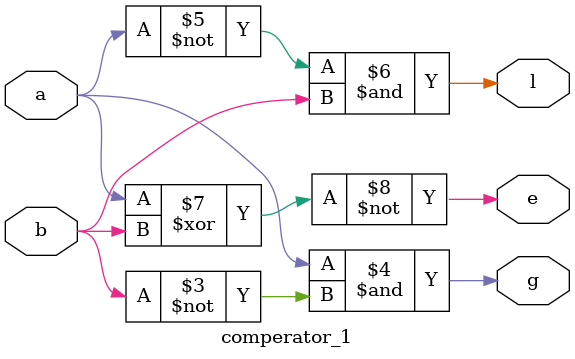
<source format=v>
module comperator_1(a,b,g,l,e);
    input a,b;
    output g,l,e;
    assign g = a&~b;
    assign l = ~a&b;
    assign e = (~(a^b));
  endmodule

//testbench code
  module comperator_1_tb();
    reg a,b;
    wire g,l,e;
    comperator_1 CM(a,b,g,l,e);
    initial
    repeat (8)
    begin
    a=$random; b=$random; #10;
    end
    initial
    $monitor("a=%b b=%b g=%b l=%b e=%b",a,b,g,l,e);
    endmodule


</source>
